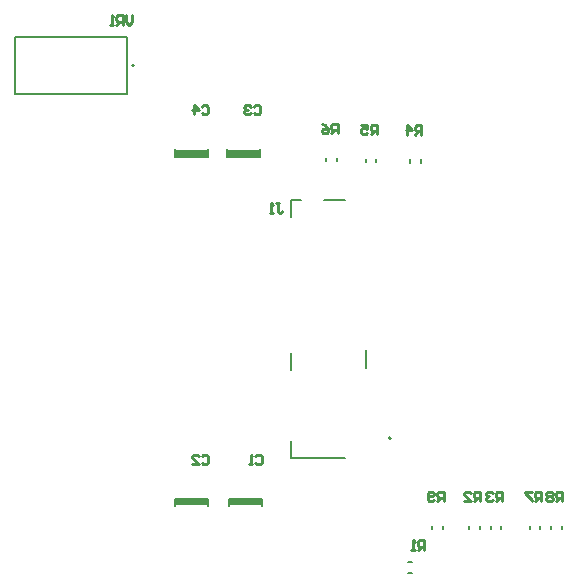
<source format=gbo>
G04*
G04 #@! TF.GenerationSoftware,Altium Limited,Altium Designer,20.0.13 (296)*
G04*
G04 Layer_Color=32896*
%FSLAX44Y44*%
%MOMM*%
G71*
G01*
G75*
%ADD10C,0.2000*%
%ADD11C,0.2540*%
%ADD45C,0.1270*%
%ADD46R,2.8000X0.5500*%
D10*
X528750Y237500D02*
G03*
X528750Y237500I-1000J0D01*
G01*
X311200Y553170D02*
G03*
X311200Y553170I-1000J0D01*
G01*
X622240Y160700D02*
Y163700D01*
X613240Y160700D02*
Y163700D01*
X603850Y160700D02*
Y163700D01*
X594850Y160700D02*
Y163700D01*
X572930Y160750D02*
Y163750D01*
X563930Y160750D02*
Y163750D01*
X543190Y123710D02*
X546190D01*
X543190Y132710D02*
X546190D01*
X545050Y471080D02*
Y474080D01*
X554050Y471080D02*
Y474080D01*
X516450Y471430D02*
Y474430D01*
X507450Y471430D02*
Y474430D01*
X483070Y472130D02*
Y475130D01*
X474070Y472130D02*
Y475130D01*
X655310Y160700D02*
Y163700D01*
X646310Y160700D02*
Y163700D01*
X673180Y160700D02*
Y163700D01*
X664180Y160700D02*
Y163700D01*
X345860Y186150D02*
X373860D01*
Y180150D02*
Y186150D01*
X345860Y180150D02*
Y186150D01*
X391500D02*
X419500D01*
Y180150D02*
Y186150D01*
X391500Y180150D02*
Y186150D01*
X345860Y476110D02*
X373860D01*
X345860D02*
Y482110D01*
X373860Y476110D02*
Y482110D01*
X390120Y476110D02*
X418120D01*
X390120D02*
Y482110D01*
X418120Y476110D02*
Y482110D01*
D11*
X309646Y595773D02*
Y590442D01*
X306980Y587776D01*
X304314Y590442D01*
Y595773D01*
X301649Y587776D02*
Y595773D01*
X297650D01*
X296317Y594440D01*
Y591775D01*
X297650Y590442D01*
X301649D01*
X298983D02*
X296317Y587776D01*
X293651D02*
X290985D01*
X292318D01*
Y595773D01*
X293651Y594440D01*
X573276Y184402D02*
Y192399D01*
X569277D01*
X567944Y191066D01*
Y188401D01*
X569277Y187068D01*
X573276D01*
X570610D02*
X567944Y184402D01*
X565279Y185735D02*
X563946Y184402D01*
X561280D01*
X559947Y185735D01*
Y191066D01*
X561280Y192399D01*
X563946D01*
X565279Y191066D01*
Y189734D01*
X563946Y188401D01*
X559947D01*
X673606Y184402D02*
Y192399D01*
X669607D01*
X668274Y191066D01*
Y188401D01*
X669607Y187068D01*
X673606D01*
X670940D02*
X668274Y184402D01*
X665609Y191066D02*
X664276Y192399D01*
X661610D01*
X660277Y191066D01*
Y189734D01*
X661610Y188401D01*
X660277Y187068D01*
Y185735D01*
X661610Y184402D01*
X664276D01*
X665609Y185735D01*
Y187068D01*
X664276Y188401D01*
X665609Y189734D01*
Y191066D01*
X664276Y188401D02*
X661610D01*
X655826Y184402D02*
Y192399D01*
X651827D01*
X650494Y191066D01*
Y188401D01*
X651827Y187068D01*
X655826D01*
X653160D02*
X650494Y184402D01*
X647829Y192399D02*
X642497D01*
Y191066D01*
X647829Y185735D01*
Y184402D01*
X483614Y495806D02*
Y503803D01*
X479615D01*
X478282Y502471D01*
Y499805D01*
X479615Y498472D01*
X483614D01*
X480948D02*
X478282Y495806D01*
X470285Y503803D02*
X472951Y502471D01*
X475617Y499805D01*
Y497139D01*
X474284Y495806D01*
X471618D01*
X470285Y497139D01*
Y498472D01*
X471618Y499805D01*
X475617D01*
X516888Y495044D02*
Y503041D01*
X512889D01*
X511556Y501708D01*
Y499043D01*
X512889Y497710D01*
X516888D01*
X514222D02*
X511556Y495044D01*
X503559Y503041D02*
X508891D01*
Y499043D01*
X506225Y500376D01*
X504892D01*
X503559Y499043D01*
Y496377D01*
X504892Y495044D01*
X507558D01*
X508891Y496377D01*
X554480Y494790D02*
Y502787D01*
X550481D01*
X549148Y501455D01*
Y498789D01*
X550481Y497456D01*
X554480D01*
X551814D02*
X549148Y494790D01*
X542484D02*
Y502787D01*
X546483Y498789D01*
X541151D01*
X622806Y184402D02*
Y192399D01*
X618807D01*
X617474Y191066D01*
Y188401D01*
X618807Y187068D01*
X622806D01*
X620140D02*
X617474Y184402D01*
X614809Y191066D02*
X613476Y192399D01*
X610810D01*
X609477Y191066D01*
Y189734D01*
X610810Y188401D01*
X612143D01*
X610810D01*
X609477Y187068D01*
Y185735D01*
X610810Y184402D01*
X613476D01*
X614809Y185735D01*
X604264Y184402D02*
Y192399D01*
X600265D01*
X598932Y191066D01*
Y188401D01*
X600265Y187068D01*
X604264D01*
X601598D02*
X598932Y184402D01*
X590935D02*
X596267D01*
X590935Y189734D01*
Y191066D01*
X592268Y192399D01*
X594934D01*
X596267Y191066D01*
X556766Y143254D02*
Y151251D01*
X552767D01*
X551434Y149918D01*
Y147253D01*
X552767Y145920D01*
X556766D01*
X554100D02*
X551434Y143254D01*
X548769D02*
X546103D01*
X547436D01*
Y151251D01*
X548769Y149918D01*
X368554Y518473D02*
X369887Y519805D01*
X372553D01*
X373886Y518473D01*
Y513141D01*
X372553Y511808D01*
X369887D01*
X368554Y513141D01*
X361890Y511808D02*
Y519805D01*
X365889Y515807D01*
X360557D01*
X412750Y518473D02*
X414083Y519805D01*
X416749D01*
X418082Y518473D01*
Y513141D01*
X416749Y511808D01*
X414083D01*
X412750Y513141D01*
X410085Y518473D02*
X408752Y519805D01*
X406086D01*
X404753Y518473D01*
Y517140D01*
X406086Y515807D01*
X407419D01*
X406086D01*
X404753Y514474D01*
Y513141D01*
X406086Y511808D01*
X408752D01*
X410085Y513141D01*
X368554Y222309D02*
X369887Y223641D01*
X372553D01*
X373886Y222309D01*
Y216977D01*
X372553Y215644D01*
X369887D01*
X368554Y216977D01*
X360557Y215644D02*
X365889D01*
X360557Y220976D01*
Y222309D01*
X361890Y223641D01*
X364556D01*
X365889Y222309D01*
X414020D02*
X415353Y223641D01*
X418019D01*
X419352Y222309D01*
Y216977D01*
X418019Y215644D01*
X415353D01*
X414020Y216977D01*
X411355Y215644D02*
X408689D01*
X410022D01*
Y223641D01*
X411355Y222309D01*
X431470Y436399D02*
X434136D01*
X432803D01*
Y429734D01*
X434136Y428401D01*
X435469D01*
X436802Y429734D01*
X428804Y428401D02*
X426138D01*
X427471D01*
Y436399D01*
X428804Y435066D01*
D45*
X443950Y439500D02*
X452250D01*
X472250D02*
X489750D01*
X507250Y297500D02*
Y312500D01*
X443950Y220500D02*
X489750D01*
X443950D02*
Y235000D01*
Y295000D02*
Y310000D01*
Y425000D02*
Y439500D01*
X210050Y529070D02*
X305350D01*
Y577370D01*
X210050Y529070D02*
Y577370D01*
X305350D01*
D46*
X359860Y183400D02*
D03*
X405500Y183400D02*
D03*
X359860Y478860D02*
D03*
X404121Y478860D02*
D03*
M02*

</source>
